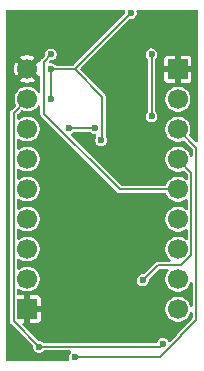
<source format=gbr>
%TF.GenerationSoftware,KiCad,Pcbnew,9.0.2*%
%TF.CreationDate,2025-07-02T23:55:56-04:00*%
%TF.ProjectId,strain-gauge,73747261-696e-42d6-9761-7567652e6b69,rev?*%
%TF.SameCoordinates,Original*%
%TF.FileFunction,Copper,L2,Bot*%
%TF.FilePolarity,Positive*%
%FSLAX46Y46*%
G04 Gerber Fmt 4.6, Leading zero omitted, Abs format (unit mm)*
G04 Created by KiCad (PCBNEW 9.0.2) date 2025-07-02 23:55:56*
%MOMM*%
%LPD*%
G01*
G04 APERTURE LIST*
%TA.AperFunction,ComponentPad*%
%ADD10R,1.700000X1.700000*%
%TD*%
%TA.AperFunction,ComponentPad*%
%ADD11C,1.700000*%
%TD*%
%TA.AperFunction,ViaPad*%
%ADD12C,0.600000*%
%TD*%
%TA.AperFunction,Conductor*%
%ADD13C,0.200000*%
%TD*%
G04 APERTURE END LIST*
D10*
%TO.P,J2,1,Pin_1*%
%TO.N,GND*%
X98750000Y-87500000D03*
D11*
%TO.P,J2,2,Pin_2*%
%TO.N,+5V*%
X98750000Y-90040000D03*
%TO.P,J2,3,Pin_3*%
%TO.N,/ADC/~{RST}*%
X98750000Y-92580000D03*
%TO.P,J2,4,Pin_4*%
%TO.N,/ADC/SDI*%
X98750000Y-95120000D03*
%TO.P,J2,5,Pin_5*%
%TO.N,/ADC/~{CS}*%
X98750000Y-97660000D03*
%TO.P,J2,6,Pin_6*%
%TO.N,/ADC/SCLK*%
X98750000Y-100200000D03*
%TO.P,J2,7,Pin_7*%
%TO.N,/ADC/SDO-0*%
X98750000Y-102740000D03*
%TO.P,J2,8,Pin_8*%
%TO.N,/ADC/SDO-1*%
X98750000Y-105280000D03*
%TO.P,J2,9,Pin_9*%
%TO.N,/ADC/RVS*%
X98750000Y-107820000D03*
%TD*%
D10*
%TO.P,J1,1,Pin_1*%
%TO.N,GND*%
X86000000Y-107800000D03*
D11*
%TO.P,J1,2,Pin_2*%
%TO.N,/Multiplexer/A_IN_N1*%
X86000000Y-105260000D03*
%TO.P,J1,3,Pin_3*%
%TO.N,/Multiplexer/A_IN_P1*%
X86000000Y-102720000D03*
%TO.P,J1,4,Pin_4*%
%TO.N,/Multiplexer/A_IN_N3*%
X86000000Y-100180000D03*
%TO.P,J1,5,Pin_5*%
%TO.N,/Multiplexer/A_IN_P3*%
X86000000Y-97640000D03*
%TO.P,J1,6,Pin_6*%
%TO.N,/Multiplexer/A_IN_N2*%
X86000000Y-95100000D03*
%TO.P,J1,7,Pin_7*%
%TO.N,/Multiplexer/A_IN_P2*%
X86000000Y-92560000D03*
%TO.P,J1,8,Pin_8*%
%TO.N,+3.3V*%
X86000000Y-90020000D03*
%TO.P,J1,9,Pin_9*%
%TO.N,GND*%
X86000000Y-87480000D03*
%TD*%
D12*
%TO.N,GND*%
X96750000Y-95500000D03*
X95750000Y-104000000D03*
X95000000Y-100000000D03*
X100000000Y-84500000D03*
X90988235Y-95988235D03*
X96500000Y-108000000D03*
%TO.N,+3.3V*%
X92250000Y-93500000D03*
X88000000Y-90000000D03*
X87000000Y-111000000D03*
X88000000Y-87500000D03*
X97500000Y-110750000D03*
X94750000Y-82750000D03*
%TO.N,/ADC/SDI*%
X95775735Y-105375735D03*
%TO.N,/ADC/~{CS}*%
X88000000Y-86250000D03*
%TO.N,/ADC/~{RST}*%
X90000000Y-111900000D03*
%TO.N,/Counter/SEL1*%
X91750000Y-92500000D03*
X89500000Y-92500000D03*
%TO.N,Net-(U3-2D)*%
X96520000Y-91480000D03*
X96520000Y-86230000D03*
%TD*%
D13*
%TO.N,/ADC/~{RST}*%
X90000000Y-111900000D02*
X97199943Y-111900000D01*
X97199943Y-111900000D02*
X99000000Y-110099943D01*
X99000000Y-110099943D02*
X99000000Y-110000000D01*
X100302000Y-108698000D02*
X100302000Y-94132000D01*
X99000000Y-110000000D02*
X100302000Y-108698000D01*
X100302000Y-94132000D02*
X98750000Y-92580000D01*
%TO.N,+3.3V*%
X92351000Y-89851000D02*
X90000000Y-87500000D01*
X97250000Y-111000000D02*
X97500000Y-110750000D01*
X92351000Y-93399000D02*
X92351000Y-89851000D01*
X84849000Y-108849000D02*
X84849000Y-91171000D01*
X90000000Y-87500000D02*
X88000000Y-87500000D01*
X88000000Y-90000000D02*
X88000000Y-87500000D01*
X87000000Y-111000000D02*
X84849000Y-108849000D01*
X92250000Y-93500000D02*
X92351000Y-93399000D01*
X84849000Y-91171000D02*
X86000000Y-90020000D01*
X94750000Y-82750000D02*
X90000000Y-87500000D01*
X87000000Y-111000000D02*
X97250000Y-111000000D01*
%TO.N,/ADC/SDI*%
X99901000Y-103216760D02*
X99901000Y-96271000D01*
X97064965Y-104086505D02*
X99031255Y-104086505D01*
X95775735Y-105375735D02*
X97064965Y-104086505D01*
X99901000Y-96271000D02*
X98750000Y-95120000D01*
X99031255Y-104086505D02*
X99901000Y-103216760D01*
%TO.N,/ADC/~{CS}*%
X93810057Y-97660000D02*
X87399000Y-91248943D01*
X87399000Y-86851000D02*
X88000000Y-86250000D01*
X98750000Y-97660000D02*
X93810057Y-97660000D01*
X87399000Y-91248943D02*
X87399000Y-86851000D01*
%TO.N,/Counter/SEL1*%
X89500000Y-92500000D02*
X91750000Y-92500000D01*
%TO.N,Net-(U3-2D)*%
X96520000Y-86230000D02*
X96520000Y-91480000D01*
%TD*%
%TA.AperFunction,Conductor*%
%TO.N,GND*%
G36*
X94166536Y-82455210D02*
G01*
X94183251Y-82454905D01*
X94199366Y-82464850D01*
X94217534Y-82470185D01*
X94228480Y-82482818D01*
X94242709Y-82491599D01*
X94250889Y-82508679D01*
X94263289Y-82522989D01*
X94265668Y-82539535D01*
X94272890Y-82554614D01*
X94273535Y-82589903D01*
X94272476Y-82598356D01*
X94249500Y-82684108D01*
X94249500Y-82781900D01*
X94248540Y-82789569D01*
X94237566Y-82814807D01*
X94229815Y-82841205D01*
X94223835Y-82846386D01*
X94220680Y-82853644D01*
X94213181Y-82861847D01*
X89911848Y-87163181D01*
X89850525Y-87196666D01*
X89824167Y-87199500D01*
X88458676Y-87199500D01*
X88391637Y-87179815D01*
X88370995Y-87163181D01*
X88307316Y-87099502D01*
X88307314Y-87099500D01*
X88250250Y-87066554D01*
X88193187Y-87033608D01*
X88120287Y-87014075D01*
X88065892Y-86999500D01*
X87974832Y-86999500D01*
X87953586Y-86993261D01*
X87931498Y-86991682D01*
X87920714Y-86983609D01*
X87907793Y-86979815D01*
X87893293Y-86963081D01*
X87875565Y-86949810D01*
X87870857Y-86937189D01*
X87862038Y-86927011D01*
X87858886Y-86905093D01*
X87851148Y-86884346D01*
X87854010Y-86871185D01*
X87852094Y-86857853D01*
X87861293Y-86837709D01*
X87866000Y-86816073D01*
X87879268Y-86798347D01*
X87881119Y-86794297D01*
X87887151Y-86787819D01*
X87888151Y-86786819D01*
X87949474Y-86753334D01*
X87975832Y-86750500D01*
X88065890Y-86750500D01*
X88065892Y-86750500D01*
X88193186Y-86716392D01*
X88307314Y-86650500D01*
X88400500Y-86557314D01*
X88466392Y-86443186D01*
X88500500Y-86315892D01*
X88500500Y-86184108D01*
X88466392Y-86056814D01*
X88400500Y-85942686D01*
X88307314Y-85849500D01*
X88250250Y-85816554D01*
X88193187Y-85783608D01*
X88118544Y-85763608D01*
X88065892Y-85749500D01*
X87934108Y-85749500D01*
X87806812Y-85783608D01*
X87692686Y-85849500D01*
X87692683Y-85849502D01*
X87599502Y-85942683D01*
X87599500Y-85942686D01*
X87533608Y-86056812D01*
X87499500Y-86184108D01*
X87499500Y-86274166D01*
X87479815Y-86341205D01*
X87463181Y-86361847D01*
X87214489Y-86610540D01*
X87158541Y-86666487D01*
X87158535Y-86666495D01*
X87118982Y-86735004D01*
X87118978Y-86735013D01*
X87109452Y-86770563D01*
X87073086Y-86830223D01*
X87010238Y-86860751D01*
X86979951Y-86862085D01*
X86972085Y-86861466D01*
X86482962Y-87350589D01*
X86465925Y-87287007D01*
X86400099Y-87172993D01*
X86307007Y-87079901D01*
X86192993Y-87014075D01*
X86129409Y-86997037D01*
X86618533Y-86507913D01*
X86602730Y-86496431D01*
X86441447Y-86414252D01*
X86441444Y-86414251D01*
X86269293Y-86358317D01*
X86090506Y-86330000D01*
X85909494Y-86330000D01*
X85730706Y-86358317D01*
X85558555Y-86414251D01*
X85558547Y-86414254D01*
X85397269Y-86496432D01*
X85381466Y-86507912D01*
X85381466Y-86507913D01*
X85870591Y-86997037D01*
X85807007Y-87014075D01*
X85692993Y-87079901D01*
X85599901Y-87172993D01*
X85534075Y-87287007D01*
X85517037Y-87350590D01*
X85027913Y-86861466D01*
X85027912Y-86861466D01*
X85016432Y-86877269D01*
X84934254Y-87038547D01*
X84934251Y-87038555D01*
X84878317Y-87210706D01*
X84850000Y-87389493D01*
X84850000Y-87570506D01*
X84878317Y-87749293D01*
X84934251Y-87921444D01*
X84934252Y-87921447D01*
X85016431Y-88082730D01*
X85027913Y-88098532D01*
X85027913Y-88098533D01*
X85517037Y-87609409D01*
X85534075Y-87672993D01*
X85599901Y-87787007D01*
X85692993Y-87880099D01*
X85807007Y-87945925D01*
X85870590Y-87962962D01*
X85381466Y-88452085D01*
X85381466Y-88452086D01*
X85397267Y-88463566D01*
X85397275Y-88463571D01*
X85558552Y-88545747D01*
X85558555Y-88545748D01*
X85730706Y-88601682D01*
X85909494Y-88630000D01*
X86090506Y-88630000D01*
X86269293Y-88601682D01*
X86441444Y-88545748D01*
X86441452Y-88545745D01*
X86602730Y-88463568D01*
X86618532Y-88452085D01*
X86618533Y-88452085D01*
X86129410Y-87962962D01*
X86192993Y-87945925D01*
X86307007Y-87880099D01*
X86400099Y-87787007D01*
X86465925Y-87672993D01*
X86482962Y-87609409D01*
X86974757Y-88101205D01*
X87033149Y-88113473D01*
X87082906Y-88162525D01*
X87098500Y-88222726D01*
X87098500Y-89364397D01*
X87078815Y-89431436D01*
X87026011Y-89477191D01*
X86956853Y-89487135D01*
X86893297Y-89458110D01*
X86871398Y-89433288D01*
X86815977Y-89350345D01*
X86815974Y-89350341D01*
X86669657Y-89204024D01*
X86527529Y-89109058D01*
X86497598Y-89089059D01*
X86306420Y-89009870D01*
X86306412Y-89009868D01*
X86103469Y-88969500D01*
X86103465Y-88969500D01*
X85896535Y-88969500D01*
X85896530Y-88969500D01*
X85693587Y-89009868D01*
X85693579Y-89009870D01*
X85502403Y-89089058D01*
X85330342Y-89204024D01*
X85184024Y-89350342D01*
X85069058Y-89522403D01*
X84989870Y-89713579D01*
X84989868Y-89713587D01*
X84949500Y-89916530D01*
X84949500Y-90123469D01*
X84989868Y-90326412D01*
X84989871Y-90326424D01*
X85039803Y-90446971D01*
X85047272Y-90516440D01*
X85015997Y-90578919D01*
X85012923Y-90582104D01*
X84664489Y-90930540D01*
X84608541Y-90986487D01*
X84608535Y-90986495D01*
X84568982Y-91055004D01*
X84568979Y-91055009D01*
X84555326Y-91105962D01*
X84548500Y-91131438D01*
X84548500Y-108888562D01*
X84552044Y-108901788D01*
X84568979Y-108964990D01*
X84568982Y-108964995D01*
X84608535Y-109033504D01*
X84608541Y-109033512D01*
X86463181Y-110888152D01*
X86496666Y-110949475D01*
X86499500Y-110975833D01*
X86499500Y-111065891D01*
X86533608Y-111193187D01*
X86564903Y-111247391D01*
X86599500Y-111307314D01*
X86692686Y-111400500D01*
X86806814Y-111466392D01*
X86934108Y-111500500D01*
X86934110Y-111500500D01*
X87065890Y-111500500D01*
X87065892Y-111500500D01*
X87193186Y-111466392D01*
X87307314Y-111400500D01*
X87370995Y-111336819D01*
X87432318Y-111303334D01*
X87458676Y-111300500D01*
X89592324Y-111300500D01*
X89659363Y-111320185D01*
X89705118Y-111372989D01*
X89715062Y-111442147D01*
X89686037Y-111505703D01*
X89680005Y-111512181D01*
X89599502Y-111592683D01*
X89599500Y-111592686D01*
X89533608Y-111706812D01*
X89499500Y-111834108D01*
X89499500Y-111965891D01*
X89520270Y-112043407D01*
X89518607Y-112113257D01*
X89479444Y-112171119D01*
X89415216Y-112198623D01*
X89400495Y-112199500D01*
X84324500Y-112199500D01*
X84257461Y-112179815D01*
X84211706Y-112127011D01*
X84200500Y-112075500D01*
X84200500Y-82574500D01*
X84220185Y-82507461D01*
X84272989Y-82461706D01*
X84324500Y-82450500D01*
X94150495Y-82450500D01*
X94166536Y-82455210D01*
G37*
%TD.AperFunction*%
%TA.AperFunction,Conductor*%
G36*
X87057362Y-90583353D02*
G01*
X87094082Y-90642796D01*
X87098500Y-90675602D01*
X87098500Y-91288505D01*
X87100367Y-91295471D01*
X87118979Y-91364934D01*
X87118981Y-91364937D01*
X87145840Y-91411457D01*
X87145841Y-91411460D01*
X87158535Y-91433447D01*
X87158539Y-91433452D01*
X87158540Y-91433454D01*
X93625546Y-97900460D01*
X93694069Y-97940022D01*
X93770495Y-97960500D01*
X97654564Y-97960500D01*
X97721603Y-97980185D01*
X97767358Y-98032989D01*
X97769125Y-98037047D01*
X97819058Y-98157596D01*
X97934024Y-98329657D01*
X98080342Y-98475975D01*
X98080345Y-98475977D01*
X98252402Y-98590941D01*
X98443580Y-98670130D01*
X98646530Y-98710499D01*
X98646534Y-98710500D01*
X98646535Y-98710500D01*
X98853466Y-98710500D01*
X98853467Y-98710499D01*
X99056420Y-98670130D01*
X99247598Y-98590941D01*
X99247599Y-98590940D01*
X99247600Y-98590940D01*
X99407610Y-98484026D01*
X99474287Y-98463148D01*
X99541667Y-98481633D01*
X99588357Y-98533612D01*
X99600500Y-98587128D01*
X99600500Y-99272871D01*
X99580815Y-99339910D01*
X99528011Y-99385665D01*
X99458853Y-99395609D01*
X99407610Y-99375974D01*
X99253303Y-99272871D01*
X99247598Y-99269059D01*
X99056420Y-99189870D01*
X99056412Y-99189868D01*
X98853469Y-99149500D01*
X98853465Y-99149500D01*
X98646535Y-99149500D01*
X98646530Y-99149500D01*
X98443587Y-99189868D01*
X98443579Y-99189870D01*
X98252403Y-99269058D01*
X98080342Y-99384024D01*
X97934024Y-99530342D01*
X97819058Y-99702403D01*
X97739870Y-99893579D01*
X97739868Y-99893587D01*
X97699500Y-100096530D01*
X97699500Y-100303469D01*
X97739868Y-100506412D01*
X97739870Y-100506420D01*
X97819058Y-100697596D01*
X97934024Y-100869657D01*
X98080342Y-101015975D01*
X98080345Y-101015977D01*
X98252402Y-101130941D01*
X98443580Y-101210130D01*
X98646530Y-101250499D01*
X98646534Y-101250500D01*
X98646535Y-101250500D01*
X98853466Y-101250500D01*
X98853467Y-101250499D01*
X99056420Y-101210130D01*
X99247598Y-101130941D01*
X99247599Y-101130940D01*
X99247600Y-101130940D01*
X99407610Y-101024026D01*
X99474287Y-101003148D01*
X99541667Y-101021633D01*
X99588357Y-101073612D01*
X99600500Y-101127128D01*
X99600500Y-101812871D01*
X99580815Y-101879910D01*
X99528011Y-101925665D01*
X99458853Y-101935609D01*
X99407610Y-101915974D01*
X99253303Y-101812871D01*
X99247598Y-101809059D01*
X99056420Y-101729870D01*
X99056412Y-101729868D01*
X98853469Y-101689500D01*
X98853465Y-101689500D01*
X98646535Y-101689500D01*
X98646530Y-101689500D01*
X98443587Y-101729868D01*
X98443579Y-101729870D01*
X98252403Y-101809058D01*
X98080342Y-101924024D01*
X97934024Y-102070342D01*
X97819058Y-102242403D01*
X97739870Y-102433579D01*
X97739868Y-102433587D01*
X97699500Y-102636530D01*
X97699500Y-102843469D01*
X97739868Y-103046412D01*
X97739870Y-103046420D01*
X97819058Y-103237596D01*
X97934024Y-103409657D01*
X98080340Y-103555973D01*
X98080343Y-103555975D01*
X98080345Y-103555977D01*
X98084723Y-103558902D01*
X98129528Y-103612513D01*
X98138237Y-103681837D01*
X98108083Y-103744866D01*
X98048641Y-103781586D01*
X98015833Y-103786005D01*
X97025403Y-103786005D01*
X96948975Y-103806483D01*
X96880454Y-103846045D01*
X96880451Y-103846047D01*
X95887582Y-104838916D01*
X95826259Y-104872401D01*
X95799901Y-104875235D01*
X95709843Y-104875235D01*
X95582547Y-104909343D01*
X95468421Y-104975235D01*
X95468418Y-104975237D01*
X95375237Y-105068418D01*
X95375235Y-105068421D01*
X95309343Y-105182547D01*
X95275235Y-105309843D01*
X95275235Y-105441626D01*
X95309343Y-105568922D01*
X95319441Y-105586412D01*
X95375235Y-105683049D01*
X95468421Y-105776235D01*
X95582549Y-105842127D01*
X95709843Y-105876235D01*
X95709845Y-105876235D01*
X95841625Y-105876235D01*
X95841627Y-105876235D01*
X95968921Y-105842127D01*
X96083049Y-105776235D01*
X96176235Y-105683049D01*
X96242127Y-105568921D01*
X96276235Y-105441627D01*
X96276235Y-105351567D01*
X96295920Y-105284528D01*
X96312554Y-105263886D01*
X97153117Y-104423324D01*
X97214440Y-104389839D01*
X97240798Y-104387005D01*
X97858000Y-104387005D01*
X97925039Y-104406690D01*
X97970794Y-104459494D01*
X97980738Y-104528652D01*
X97951713Y-104592208D01*
X97945681Y-104598686D01*
X97934025Y-104610341D01*
X97934024Y-104610342D01*
X97819058Y-104782403D01*
X97739870Y-104973579D01*
X97739868Y-104973587D01*
X97699500Y-105176530D01*
X97699500Y-105383469D01*
X97739868Y-105586412D01*
X97739870Y-105586420D01*
X97819058Y-105777596D01*
X97934024Y-105949657D01*
X98080342Y-106095975D01*
X98080345Y-106095977D01*
X98252402Y-106210941D01*
X98443580Y-106290130D01*
X98646530Y-106330499D01*
X98646534Y-106330500D01*
X98646535Y-106330500D01*
X98853466Y-106330500D01*
X98853467Y-106330499D01*
X99056420Y-106290130D01*
X99247598Y-106210941D01*
X99419655Y-106095977D01*
X99565977Y-105949655D01*
X99680941Y-105777598D01*
X99760130Y-105586420D01*
X99760130Y-105586418D01*
X99762461Y-105580792D01*
X99764707Y-105581722D01*
X99797133Y-105532239D01*
X99860944Y-105503779D01*
X99930011Y-105514337D01*
X99982407Y-105560559D01*
X100001500Y-105626669D01*
X100001500Y-107473330D01*
X99981815Y-107540369D01*
X99929011Y-107586124D01*
X99859853Y-107596068D01*
X99796297Y-107567043D01*
X99764657Y-107518298D01*
X99762461Y-107519208D01*
X99760130Y-107513580D01*
X99680941Y-107322402D01*
X99565977Y-107150345D01*
X99565975Y-107150342D01*
X99419657Y-107004024D01*
X99333626Y-106946541D01*
X99247598Y-106889059D01*
X99056420Y-106809870D01*
X99056412Y-106809868D01*
X98853469Y-106769500D01*
X98853465Y-106769500D01*
X98646535Y-106769500D01*
X98646530Y-106769500D01*
X98443587Y-106809868D01*
X98443579Y-106809870D01*
X98252403Y-106889058D01*
X98080342Y-107004024D01*
X97934024Y-107150342D01*
X97819058Y-107322403D01*
X97739870Y-107513579D01*
X97739868Y-107513587D01*
X97699500Y-107716530D01*
X97699500Y-107923469D01*
X97739868Y-108126412D01*
X97739870Y-108126420D01*
X97819058Y-108317596D01*
X97934024Y-108489657D01*
X98080342Y-108635975D01*
X98080345Y-108635977D01*
X98252402Y-108750941D01*
X98443580Y-108830130D01*
X98646530Y-108870499D01*
X98646534Y-108870500D01*
X98646535Y-108870500D01*
X98853466Y-108870500D01*
X98853467Y-108870499D01*
X99056420Y-108830130D01*
X99247598Y-108750941D01*
X99419655Y-108635977D01*
X99565977Y-108489655D01*
X99680941Y-108317598D01*
X99760130Y-108126420D01*
X99760130Y-108126418D01*
X99762461Y-108120792D01*
X99764707Y-108121722D01*
X99797133Y-108072239D01*
X99860944Y-108043779D01*
X99930011Y-108054337D01*
X99982407Y-108100559D01*
X100001500Y-108166669D01*
X100001500Y-108522167D01*
X99981815Y-108589206D01*
X99965181Y-108609848D01*
X98759541Y-109815487D01*
X98759535Y-109815495D01*
X98719982Y-109884004D01*
X98719978Y-109884013D01*
X98702595Y-109948884D01*
X98670502Y-110004469D01*
X98136210Y-110538761D01*
X98074887Y-110572246D01*
X98005195Y-110567262D01*
X97949262Y-110525390D01*
X97941142Y-110513080D01*
X97934477Y-110501536D01*
X97900500Y-110442686D01*
X97807314Y-110349500D01*
X97750250Y-110316554D01*
X97693187Y-110283608D01*
X97629539Y-110266554D01*
X97565892Y-110249500D01*
X97434108Y-110249500D01*
X97306812Y-110283608D01*
X97192686Y-110349500D01*
X97192683Y-110349502D01*
X97099502Y-110442683D01*
X97099500Y-110442686D01*
X97078064Y-110479815D01*
X97033608Y-110556814D01*
X97022170Y-110599502D01*
X97020002Y-110607594D01*
X96983637Y-110667254D01*
X96920790Y-110697783D01*
X96900227Y-110699500D01*
X87458676Y-110699500D01*
X87391637Y-110679815D01*
X87370995Y-110663181D01*
X87307316Y-110599502D01*
X87307314Y-110599500D01*
X87233380Y-110556814D01*
X87193187Y-110533608D01*
X87116574Y-110513080D01*
X87065892Y-110499500D01*
X86975833Y-110499500D01*
X86908794Y-110479815D01*
X86888152Y-110463181D01*
X85586651Y-109161680D01*
X85553166Y-109100357D01*
X85558150Y-109030665D01*
X85600022Y-108974732D01*
X85665486Y-108950315D01*
X85674332Y-108949999D01*
X85750000Y-108949999D01*
X85750000Y-108233012D01*
X85807007Y-108265925D01*
X85934174Y-108300000D01*
X86065826Y-108300000D01*
X86192993Y-108265925D01*
X86250000Y-108233012D01*
X86250000Y-108949999D01*
X86894786Y-108949999D01*
X86894808Y-108949997D01*
X86919869Y-108947091D01*
X86919873Y-108947090D01*
X87022474Y-108901788D01*
X87022479Y-108901785D01*
X87101785Y-108822479D01*
X87101788Y-108822474D01*
X87147089Y-108719877D01*
X87147089Y-108719875D01*
X87149999Y-108694794D01*
X87150000Y-108694791D01*
X87150000Y-108050000D01*
X86433012Y-108050000D01*
X86465925Y-107992993D01*
X86500000Y-107865826D01*
X86500000Y-107734174D01*
X86465925Y-107607007D01*
X86433012Y-107550000D01*
X87149999Y-107550000D01*
X87149999Y-106905214D01*
X87149997Y-106905191D01*
X87147091Y-106880130D01*
X87147090Y-106880126D01*
X87101788Y-106777525D01*
X87101785Y-106777520D01*
X87022479Y-106698214D01*
X87022474Y-106698211D01*
X86919876Y-106652910D01*
X86894794Y-106650000D01*
X86250000Y-106650000D01*
X86250000Y-107366988D01*
X86192993Y-107334075D01*
X86065826Y-107300000D01*
X85934174Y-107300000D01*
X85807007Y-107334075D01*
X85750000Y-107366988D01*
X85750000Y-106650000D01*
X85273500Y-106650000D01*
X85206461Y-106630315D01*
X85160706Y-106577511D01*
X85149500Y-106526000D01*
X85149500Y-106187128D01*
X85169185Y-106120089D01*
X85221989Y-106074334D01*
X85291147Y-106064390D01*
X85342390Y-106084026D01*
X85502400Y-106190940D01*
X85502401Y-106190940D01*
X85502402Y-106190941D01*
X85693580Y-106270130D01*
X85896530Y-106310499D01*
X85896534Y-106310500D01*
X85896535Y-106310500D01*
X86103466Y-106310500D01*
X86103467Y-106310499D01*
X86306420Y-106270130D01*
X86497598Y-106190941D01*
X86669655Y-106075977D01*
X86815977Y-105929655D01*
X86930941Y-105757598D01*
X87010130Y-105566420D01*
X87050500Y-105363465D01*
X87050500Y-105156535D01*
X87010130Y-104953580D01*
X86930941Y-104762402D01*
X86815977Y-104590345D01*
X86815975Y-104590342D01*
X86669657Y-104444024D01*
X86502227Y-104332152D01*
X86497598Y-104329059D01*
X86399598Y-104288466D01*
X86306420Y-104249870D01*
X86306412Y-104249868D01*
X86103469Y-104209500D01*
X86103465Y-104209500D01*
X85896535Y-104209500D01*
X85896530Y-104209500D01*
X85693587Y-104249868D01*
X85693579Y-104249870D01*
X85502403Y-104329058D01*
X85342390Y-104435974D01*
X85275712Y-104456851D01*
X85208332Y-104438366D01*
X85161643Y-104386387D01*
X85149500Y-104332871D01*
X85149500Y-103647128D01*
X85169185Y-103580089D01*
X85221989Y-103534334D01*
X85291147Y-103524390D01*
X85342390Y-103544026D01*
X85502400Y-103650940D01*
X85502401Y-103650940D01*
X85502402Y-103650941D01*
X85693580Y-103730130D01*
X85808114Y-103752912D01*
X85896530Y-103770499D01*
X85896534Y-103770500D01*
X85896535Y-103770500D01*
X86103466Y-103770500D01*
X86103467Y-103770499D01*
X86306420Y-103730130D01*
X86497598Y-103650941D01*
X86669655Y-103535977D01*
X86815977Y-103389655D01*
X86930941Y-103217598D01*
X87010130Y-103026420D01*
X87050500Y-102823465D01*
X87050500Y-102616535D01*
X87010130Y-102413580D01*
X86930941Y-102222402D01*
X86815977Y-102050345D01*
X86815975Y-102050342D01*
X86669657Y-101904024D01*
X86503303Y-101792871D01*
X86497598Y-101789059D01*
X86306420Y-101709870D01*
X86306412Y-101709868D01*
X86103469Y-101669500D01*
X86103465Y-101669500D01*
X85896535Y-101669500D01*
X85896530Y-101669500D01*
X85693587Y-101709868D01*
X85693579Y-101709870D01*
X85502403Y-101789058D01*
X85342390Y-101895974D01*
X85275712Y-101916851D01*
X85208332Y-101898366D01*
X85161643Y-101846387D01*
X85149500Y-101792871D01*
X85149500Y-101107128D01*
X85169185Y-101040089D01*
X85221989Y-100994334D01*
X85291147Y-100984390D01*
X85342390Y-101004026D01*
X85502400Y-101110940D01*
X85502401Y-101110940D01*
X85502402Y-101110941D01*
X85693580Y-101190130D01*
X85896530Y-101230499D01*
X85896534Y-101230500D01*
X85896535Y-101230500D01*
X86103466Y-101230500D01*
X86103467Y-101230499D01*
X86306420Y-101190130D01*
X86497598Y-101110941D01*
X86669655Y-100995977D01*
X86815977Y-100849655D01*
X86930941Y-100677598D01*
X87010130Y-100486420D01*
X87050500Y-100283465D01*
X87050500Y-100076535D01*
X87010130Y-99873580D01*
X86930941Y-99682402D01*
X86815977Y-99510345D01*
X86815975Y-99510342D01*
X86669657Y-99364024D01*
X86503303Y-99252871D01*
X86497598Y-99249059D01*
X86306420Y-99169870D01*
X86306412Y-99169868D01*
X86103469Y-99129500D01*
X86103465Y-99129500D01*
X85896535Y-99129500D01*
X85896530Y-99129500D01*
X85693587Y-99169868D01*
X85693579Y-99169870D01*
X85502403Y-99249058D01*
X85342390Y-99355974D01*
X85275712Y-99376851D01*
X85208332Y-99358366D01*
X85161643Y-99306387D01*
X85149500Y-99252871D01*
X85149500Y-98567128D01*
X85169185Y-98500089D01*
X85221989Y-98454334D01*
X85291147Y-98444390D01*
X85342390Y-98464026D01*
X85502400Y-98570940D01*
X85502401Y-98570940D01*
X85502402Y-98570941D01*
X85693580Y-98650130D01*
X85896530Y-98690499D01*
X85896534Y-98690500D01*
X85896535Y-98690500D01*
X86103466Y-98690500D01*
X86103467Y-98690499D01*
X86306420Y-98650130D01*
X86497598Y-98570941D01*
X86669655Y-98455977D01*
X86815977Y-98309655D01*
X86930941Y-98137598D01*
X87010130Y-97946420D01*
X87050500Y-97743465D01*
X87050500Y-97536535D01*
X87010130Y-97333580D01*
X86930941Y-97142402D01*
X86815977Y-96970345D01*
X86815975Y-96970342D01*
X86669657Y-96824024D01*
X86503303Y-96712871D01*
X86497598Y-96709059D01*
X86306420Y-96629870D01*
X86306412Y-96629868D01*
X86103469Y-96589500D01*
X86103465Y-96589500D01*
X85896535Y-96589500D01*
X85896530Y-96589500D01*
X85693587Y-96629868D01*
X85693579Y-96629870D01*
X85502403Y-96709058D01*
X85342390Y-96815974D01*
X85275712Y-96836851D01*
X85208332Y-96818366D01*
X85161643Y-96766387D01*
X85149500Y-96712871D01*
X85149500Y-96027128D01*
X85169185Y-95960089D01*
X85221989Y-95914334D01*
X85291147Y-95904390D01*
X85342390Y-95924026D01*
X85502400Y-96030940D01*
X85502401Y-96030940D01*
X85502402Y-96030941D01*
X85693580Y-96110130D01*
X85896530Y-96150499D01*
X85896534Y-96150500D01*
X85896535Y-96150500D01*
X86103466Y-96150500D01*
X86103467Y-96150499D01*
X86306420Y-96110130D01*
X86497598Y-96030941D01*
X86669655Y-95915977D01*
X86815977Y-95769655D01*
X86930941Y-95597598D01*
X87010130Y-95406420D01*
X87050500Y-95203465D01*
X87050500Y-94996535D01*
X87010130Y-94793580D01*
X86930941Y-94602402D01*
X86815977Y-94430345D01*
X86815975Y-94430342D01*
X86669657Y-94284024D01*
X86503303Y-94172871D01*
X86497598Y-94169059D01*
X86306420Y-94089870D01*
X86306412Y-94089868D01*
X86103469Y-94049500D01*
X86103465Y-94049500D01*
X85896535Y-94049500D01*
X85896530Y-94049500D01*
X85693587Y-94089868D01*
X85693579Y-94089870D01*
X85502403Y-94169058D01*
X85342390Y-94275974D01*
X85275712Y-94296851D01*
X85208332Y-94278366D01*
X85161643Y-94226387D01*
X85149500Y-94172871D01*
X85149500Y-93487128D01*
X85169185Y-93420089D01*
X85221989Y-93374334D01*
X85291147Y-93364390D01*
X85342390Y-93384026D01*
X85502400Y-93490940D01*
X85502401Y-93490940D01*
X85502402Y-93490941D01*
X85693580Y-93570130D01*
X85896530Y-93610499D01*
X85896534Y-93610500D01*
X85896535Y-93610500D01*
X86103466Y-93610500D01*
X86103467Y-93610499D01*
X86306420Y-93570130D01*
X86497598Y-93490941D01*
X86669655Y-93375977D01*
X86815977Y-93229655D01*
X86930941Y-93057598D01*
X87010130Y-92866420D01*
X87050500Y-92663465D01*
X87050500Y-92456535D01*
X87010130Y-92253580D01*
X86930941Y-92062402D01*
X86815977Y-91890345D01*
X86815975Y-91890342D01*
X86669657Y-91744024D01*
X86503303Y-91632871D01*
X86497598Y-91629059D01*
X86306420Y-91549870D01*
X86306412Y-91549868D01*
X86103469Y-91509500D01*
X86103465Y-91509500D01*
X85896535Y-91509500D01*
X85896530Y-91509500D01*
X85693587Y-91549868D01*
X85693579Y-91549870D01*
X85502403Y-91629058D01*
X85342390Y-91735974D01*
X85275712Y-91756851D01*
X85208332Y-91738366D01*
X85161643Y-91686387D01*
X85149500Y-91632871D01*
X85149500Y-91346832D01*
X85169185Y-91279793D01*
X85185815Y-91259155D01*
X85437896Y-91007073D01*
X85499217Y-90973590D01*
X85568908Y-90978574D01*
X85573007Y-90980186D01*
X85693580Y-91030130D01*
X85896530Y-91070499D01*
X85896534Y-91070500D01*
X85896535Y-91070500D01*
X86103466Y-91070500D01*
X86103467Y-91070499D01*
X86306420Y-91030130D01*
X86497598Y-90950941D01*
X86669655Y-90835977D01*
X86815977Y-90689655D01*
X86871397Y-90606711D01*
X86925009Y-90561906D01*
X86994334Y-90553199D01*
X87057362Y-90583353D01*
G37*
%TD.AperFunction*%
%TA.AperFunction,Conductor*%
G36*
X100392539Y-82470185D02*
G01*
X100438294Y-82522989D01*
X100449500Y-82574500D01*
X100449500Y-93555167D01*
X100429815Y-93622206D01*
X100377011Y-93667961D01*
X100307853Y-93677905D01*
X100244297Y-93648880D01*
X100237819Y-93642848D01*
X99737075Y-93142104D01*
X99703590Y-93080781D01*
X99708574Y-93011089D01*
X99710163Y-93007049D01*
X99760130Y-92886420D01*
X99800500Y-92683465D01*
X99800500Y-92476535D01*
X99760130Y-92273580D01*
X99680941Y-92082402D01*
X99565977Y-91910345D01*
X99565975Y-91910342D01*
X99419657Y-91764024D01*
X99283707Y-91673186D01*
X99247598Y-91649059D01*
X99056420Y-91569870D01*
X99056412Y-91569868D01*
X98853469Y-91529500D01*
X98853465Y-91529500D01*
X98646535Y-91529500D01*
X98646530Y-91529500D01*
X98443587Y-91569868D01*
X98443579Y-91569870D01*
X98252403Y-91649058D01*
X98080342Y-91764024D01*
X97934024Y-91910342D01*
X97819058Y-92082403D01*
X97739870Y-92273579D01*
X97739868Y-92273587D01*
X97699500Y-92476530D01*
X97699500Y-92683469D01*
X97739868Y-92886412D01*
X97739870Y-92886420D01*
X97795277Y-93020185D01*
X97819059Y-93077598D01*
X97848394Y-93121501D01*
X97934024Y-93249657D01*
X98080342Y-93395975D01*
X98080345Y-93395977D01*
X98252402Y-93510941D01*
X98443580Y-93590130D01*
X98604838Y-93622206D01*
X98646530Y-93630499D01*
X98646534Y-93630500D01*
X98646535Y-93630500D01*
X98853466Y-93630500D01*
X98853467Y-93630499D01*
X99056420Y-93590130D01*
X99176974Y-93540194D01*
X99246438Y-93532726D01*
X99308918Y-93564000D01*
X99312104Y-93567075D01*
X99965181Y-94220152D01*
X99998666Y-94281475D01*
X100001500Y-94307833D01*
X100001500Y-94773330D01*
X99981815Y-94840369D01*
X99929011Y-94886124D01*
X99859853Y-94896068D01*
X99796297Y-94867043D01*
X99764657Y-94818298D01*
X99762461Y-94819208D01*
X99760130Y-94813580D01*
X99680941Y-94622402D01*
X99565977Y-94450345D01*
X99565975Y-94450342D01*
X99419657Y-94304024D01*
X99294132Y-94220152D01*
X99247598Y-94189059D01*
X99056420Y-94109870D01*
X99056412Y-94109868D01*
X98853469Y-94069500D01*
X98853465Y-94069500D01*
X98646535Y-94069500D01*
X98646530Y-94069500D01*
X98443587Y-94109868D01*
X98443579Y-94109870D01*
X98252403Y-94189058D01*
X98080342Y-94304024D01*
X97934024Y-94450342D01*
X97819058Y-94622403D01*
X97739870Y-94813579D01*
X97739868Y-94813587D01*
X97699500Y-95016530D01*
X97699500Y-95223469D01*
X97739868Y-95426412D01*
X97739870Y-95426420D01*
X97819058Y-95617596D01*
X97934024Y-95789657D01*
X98080342Y-95935975D01*
X98080345Y-95935977D01*
X98252402Y-96050941D01*
X98443580Y-96130130D01*
X98646530Y-96170499D01*
X98646534Y-96170500D01*
X98646535Y-96170500D01*
X98853466Y-96170500D01*
X98853467Y-96170499D01*
X99056420Y-96130130D01*
X99176974Y-96080194D01*
X99246438Y-96072726D01*
X99308918Y-96104000D01*
X99312104Y-96107075D01*
X99564181Y-96359152D01*
X99597666Y-96420475D01*
X99600500Y-96446833D01*
X99600500Y-96732871D01*
X99580815Y-96799910D01*
X99528011Y-96845665D01*
X99458853Y-96855609D01*
X99407610Y-96835974D01*
X99253303Y-96732871D01*
X99247598Y-96729059D01*
X99056420Y-96649870D01*
X99056412Y-96649868D01*
X98853469Y-96609500D01*
X98853465Y-96609500D01*
X98646535Y-96609500D01*
X98646530Y-96609500D01*
X98443587Y-96649868D01*
X98443579Y-96649870D01*
X98252403Y-96729058D01*
X98080342Y-96844024D01*
X97934024Y-96990342D01*
X97819058Y-97162403D01*
X97769125Y-97282953D01*
X97725284Y-97337356D01*
X97658990Y-97359421D01*
X97654564Y-97359500D01*
X93985890Y-97359500D01*
X93918851Y-97339815D01*
X93898209Y-97323181D01*
X89711238Y-93136210D01*
X89703206Y-93121501D01*
X89691147Y-93109858D01*
X89686807Y-93091468D01*
X89677753Y-93074887D01*
X89678948Y-93058168D01*
X89675099Y-93041856D01*
X89681389Y-93024041D01*
X89682737Y-93005195D01*
X89692950Y-92991298D01*
X89698362Y-92975973D01*
X89715778Y-92960240D01*
X89722877Y-92950582D01*
X89729570Y-92945385D01*
X89807314Y-92900500D01*
X89876494Y-92831319D01*
X89882634Y-92826553D01*
X89908207Y-92816499D01*
X89932318Y-92803334D01*
X89945227Y-92801946D01*
X89947659Y-92800990D01*
X89949923Y-92801441D01*
X89958676Y-92800500D01*
X91291324Y-92800500D01*
X91358363Y-92820185D01*
X91379005Y-92836819D01*
X91442686Y-92900500D01*
X91556814Y-92966392D01*
X91684108Y-93000500D01*
X91684110Y-93000500D01*
X91745685Y-93000500D01*
X91812724Y-93020185D01*
X91858479Y-93072989D01*
X91868423Y-93142147D01*
X91853072Y-93186501D01*
X91849502Y-93192683D01*
X91849500Y-93192686D01*
X91828156Y-93229655D01*
X91783608Y-93306812D01*
X91759717Y-93395977D01*
X91749500Y-93434108D01*
X91749500Y-93565892D01*
X91755995Y-93590131D01*
X91783608Y-93693187D01*
X91816554Y-93750250D01*
X91849500Y-93807314D01*
X91942686Y-93900500D01*
X92056814Y-93966392D01*
X92184108Y-94000500D01*
X92184110Y-94000500D01*
X92315890Y-94000500D01*
X92315892Y-94000500D01*
X92443186Y-93966392D01*
X92557314Y-93900500D01*
X92650500Y-93807314D01*
X92716392Y-93693186D01*
X92750500Y-93565892D01*
X92750500Y-93434108D01*
X92716392Y-93306814D01*
X92683391Y-93249655D01*
X92668113Y-93223192D01*
X92651500Y-93161192D01*
X92651500Y-89811439D01*
X92631020Y-89735009D01*
X92631017Y-89735004D01*
X92591464Y-89666495D01*
X92591458Y-89666487D01*
X90512651Y-87587680D01*
X90479166Y-87526357D01*
X90484150Y-87456665D01*
X90512647Y-87412323D01*
X91760862Y-86164108D01*
X96019500Y-86164108D01*
X96019500Y-86295892D01*
X96033998Y-86350000D01*
X96053608Y-86423187D01*
X96084978Y-86477520D01*
X96119500Y-86537314D01*
X96119502Y-86537316D01*
X96183181Y-86600995D01*
X96216666Y-86662318D01*
X96219500Y-86688676D01*
X96219500Y-91021323D01*
X96199815Y-91088362D01*
X96183182Y-91109004D01*
X96119500Y-91172686D01*
X96053608Y-91286812D01*
X96032676Y-91364934D01*
X96019500Y-91414108D01*
X96019500Y-91545892D01*
X96020566Y-91549870D01*
X96053608Y-91673187D01*
X96086554Y-91730250D01*
X96119500Y-91787314D01*
X96212686Y-91880500D01*
X96326814Y-91946392D01*
X96454108Y-91980500D01*
X96454110Y-91980500D01*
X96585890Y-91980500D01*
X96585892Y-91980500D01*
X96713186Y-91946392D01*
X96827314Y-91880500D01*
X96920500Y-91787314D01*
X96986392Y-91673186D01*
X97020500Y-91545892D01*
X97020500Y-91414108D01*
X96986392Y-91286814D01*
X96920500Y-91172686D01*
X96856818Y-91109004D01*
X96823334Y-91047680D01*
X96820500Y-91021323D01*
X96820500Y-89936530D01*
X97699500Y-89936530D01*
X97699500Y-90143469D01*
X97739868Y-90346412D01*
X97739870Y-90346420D01*
X97819058Y-90537596D01*
X97934024Y-90709657D01*
X98080342Y-90855975D01*
X98080345Y-90855977D01*
X98252402Y-90970941D01*
X98443580Y-91050130D01*
X98646530Y-91090499D01*
X98646534Y-91090500D01*
X98646535Y-91090500D01*
X98853466Y-91090500D01*
X98853467Y-91090499D01*
X99056420Y-91050130D01*
X99247598Y-90970941D01*
X99419655Y-90855977D01*
X99565977Y-90709655D01*
X99680941Y-90537598D01*
X99760130Y-90346420D01*
X99800500Y-90143465D01*
X99800500Y-89936535D01*
X99760130Y-89733580D01*
X99680941Y-89542402D01*
X99565977Y-89370345D01*
X99565975Y-89370342D01*
X99419657Y-89224024D01*
X99333626Y-89166541D01*
X99247598Y-89109059D01*
X99056420Y-89029870D01*
X99056412Y-89029868D01*
X98853469Y-88989500D01*
X98853465Y-88989500D01*
X98646535Y-88989500D01*
X98646530Y-88989500D01*
X98443587Y-89029868D01*
X98443579Y-89029870D01*
X98252403Y-89109058D01*
X98080342Y-89224024D01*
X97934024Y-89370342D01*
X97819058Y-89542403D01*
X97739870Y-89733579D01*
X97739868Y-89733587D01*
X97699500Y-89936530D01*
X96820500Y-89936530D01*
X96820500Y-86688676D01*
X96828648Y-86660924D01*
X96833960Y-86632490D01*
X96839062Y-86625459D01*
X96840185Y-86621637D01*
X96853030Y-86605205D01*
X97600000Y-86605205D01*
X97600000Y-87250000D01*
X98316988Y-87250000D01*
X98284075Y-87307007D01*
X98250000Y-87434174D01*
X98250000Y-87565826D01*
X98284075Y-87692993D01*
X98316988Y-87750000D01*
X97600001Y-87750000D01*
X97600001Y-88394785D01*
X97600002Y-88394808D01*
X97602908Y-88419869D01*
X97602909Y-88419873D01*
X97648211Y-88522474D01*
X97648214Y-88522479D01*
X97727520Y-88601785D01*
X97727525Y-88601788D01*
X97830123Y-88647089D01*
X97855206Y-88649999D01*
X98499999Y-88649999D01*
X98500000Y-88649998D01*
X98500000Y-87933012D01*
X98557007Y-87965925D01*
X98684174Y-88000000D01*
X98815826Y-88000000D01*
X98942993Y-87965925D01*
X99000000Y-87933012D01*
X99000000Y-88649999D01*
X99644786Y-88649999D01*
X99644808Y-88649997D01*
X99669869Y-88647091D01*
X99669873Y-88647090D01*
X99772474Y-88601788D01*
X99772479Y-88601785D01*
X99851785Y-88522479D01*
X99851788Y-88522474D01*
X99897089Y-88419877D01*
X99897089Y-88419875D01*
X99899999Y-88394794D01*
X99900000Y-88394791D01*
X99900000Y-87750000D01*
X99183012Y-87750000D01*
X99215925Y-87692993D01*
X99250000Y-87565826D01*
X99250000Y-87434174D01*
X99215925Y-87307007D01*
X99183012Y-87250000D01*
X99899999Y-87250000D01*
X99899999Y-86605214D01*
X99899997Y-86605191D01*
X99897091Y-86580130D01*
X99897090Y-86580126D01*
X99851788Y-86477525D01*
X99851785Y-86477520D01*
X99772479Y-86398214D01*
X99772474Y-86398211D01*
X99669876Y-86352910D01*
X99644794Y-86350000D01*
X99000000Y-86350000D01*
X99000000Y-87066988D01*
X98942993Y-87034075D01*
X98815826Y-87000000D01*
X98684174Y-87000000D01*
X98557007Y-87034075D01*
X98500000Y-87066988D01*
X98500000Y-86350000D01*
X97855214Y-86350000D01*
X97855191Y-86350002D01*
X97830130Y-86352908D01*
X97830126Y-86352909D01*
X97727525Y-86398211D01*
X97727520Y-86398214D01*
X97648214Y-86477520D01*
X97648211Y-86477525D01*
X97602910Y-86580122D01*
X97602910Y-86580124D01*
X97600000Y-86605205D01*
X96853030Y-86605205D01*
X96854267Y-86603623D01*
X96855514Y-86602299D01*
X96920500Y-86537314D01*
X96986392Y-86423186D01*
X97020500Y-86295892D01*
X97020500Y-86164108D01*
X96986392Y-86036814D01*
X96920500Y-85922686D01*
X96827314Y-85829500D01*
X96747827Y-85783608D01*
X96713187Y-85763608D01*
X96649539Y-85746554D01*
X96585892Y-85729500D01*
X96454108Y-85729500D01*
X96326812Y-85763608D01*
X96212686Y-85829500D01*
X96212683Y-85829502D01*
X96119502Y-85922683D01*
X96119500Y-85922686D01*
X96053608Y-86036812D01*
X96048249Y-86056814D01*
X96019500Y-86164108D01*
X91760862Y-86164108D01*
X94638151Y-83286818D01*
X94699474Y-83253334D01*
X94725832Y-83250500D01*
X94815890Y-83250500D01*
X94815892Y-83250500D01*
X94943186Y-83216392D01*
X95057314Y-83150500D01*
X95150500Y-83057314D01*
X95216392Y-82943186D01*
X95250500Y-82815892D01*
X95250500Y-82684108D01*
X95229730Y-82606592D01*
X95231393Y-82536743D01*
X95270556Y-82478881D01*
X95334784Y-82451377D01*
X95349505Y-82450500D01*
X100325500Y-82450500D01*
X100392539Y-82470185D01*
G37*
%TD.AperFunction*%
%TD*%
M02*

</source>
